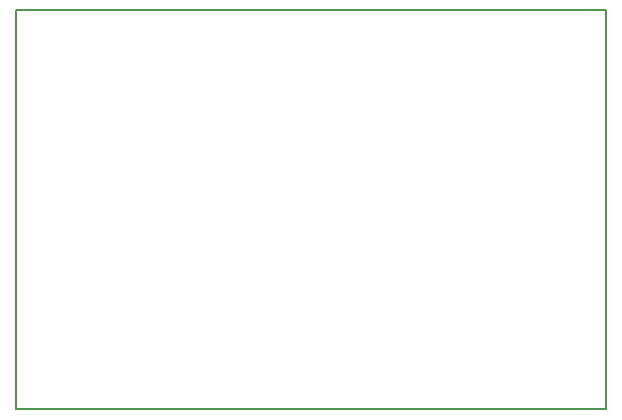
<source format=gbr>
G04 #@! TF.GenerationSoftware,KiCad,Pcbnew,5.0.2-bee76a0~70~ubuntu18.04.1*
G04 #@! TF.CreationDate,2020-03-12T15:00:25+01:00*
G04 #@! TF.ProjectId,magneto_bot_shield,6d61676e-6574-46f5-9f62-6f745f736869,rev?*
G04 #@! TF.SameCoordinates,Original*
G04 #@! TF.FileFunction,Profile,NP*
%FSLAX46Y46*%
G04 Gerber Fmt 4.6, Leading zero omitted, Abs format (unit mm)*
G04 Created by KiCad (PCBNEW 5.0.2-bee76a0~70~ubuntu18.04.1) date Do 12 Mär 2020 15:00:25 CET*
%MOMM*%
%LPD*%
G01*
G04 APERTURE LIST*
%ADD10C,0.150000*%
G04 APERTURE END LIST*
D10*
X188500000Y-94250000D02*
X138500000Y-94250000D01*
X188500000Y-128000000D02*
X188500000Y-94250000D01*
X138500000Y-128000000D02*
X188500000Y-128000000D01*
X138500000Y-94250000D02*
X138500000Y-128000000D01*
M02*

</source>
